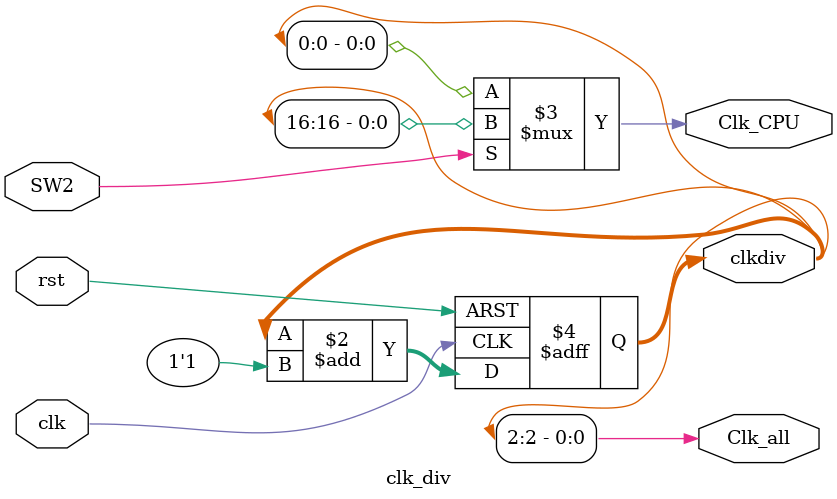
<source format=v>
`timescale 1ns / 1ps
module clk_div(input clk,
					input rst,
					input SW2,
					output reg[31:0]clkdiv,
					output Clk_CPU,
					output Clk_all
					);
					
// Clock divider-ʱ�ӷ�Ƶ��


	always @ (posedge clk or posedge rst) begin 
		if (rst) clkdiv <= 0; else clkdiv <= clkdiv + 1'b1; end
		
	assign Clk_CPU=(SW2)? clkdiv[16] : clkdiv[0];
	assign Clk_all = clkdiv[2];
endmodule

</source>
